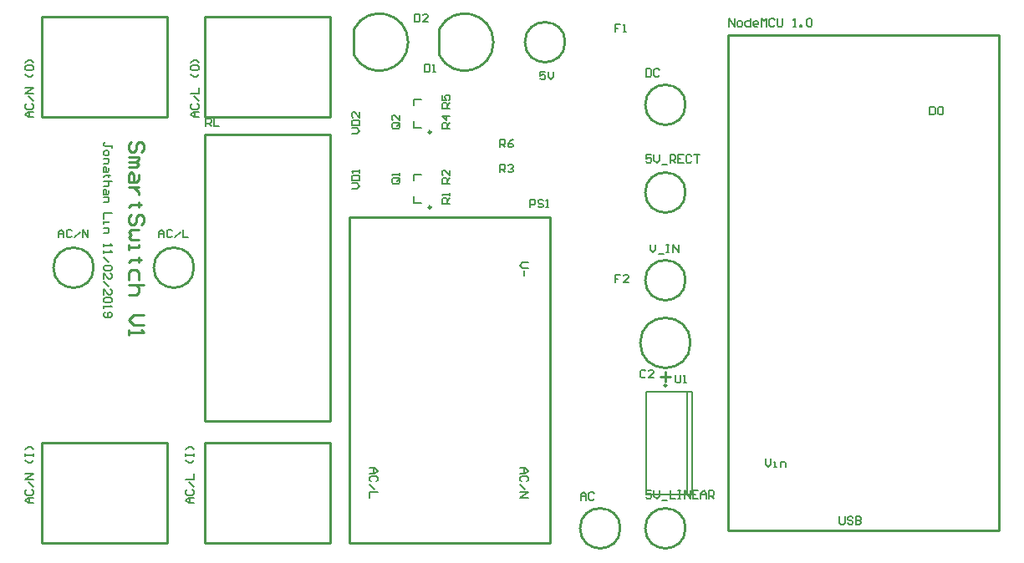
<source format=gto>
G04 Layer_Color=15132400*
%FSLAX25Y25*%
%MOIN*%
G70*
G01*
G75*
%ADD15C,0.01000*%
%ADD30C,0.00984*%
%ADD31C,0.00787*%
%ADD32C,0.00800*%
D15*
X1096000Y570000D02*
G03*
X1096000Y570000I-10000J0D01*
G01*
X1094000Y595000D02*
G03*
X1094000Y595000I-8000J0D01*
G01*
Y665000D02*
G03*
X1094000Y665000I-8000J0D01*
G01*
Y496000D02*
G03*
X1094000Y496000I-8000J0D01*
G01*
X1068000D02*
G03*
X1068000Y496000I-8000J0D01*
G01*
X1094000Y630000D02*
G03*
X1094000Y630000I-8000J0D01*
G01*
X898000Y600000D02*
G03*
X898000Y600000I-8000J0D01*
G01*
X858000D02*
G03*
X858000Y600000I-8000J0D01*
G01*
X1046000Y690000D02*
G03*
X1046000Y690000I-8000J0D01*
G01*
X995788Y684894D02*
G03*
X995788Y695106I10212J5106D01*
G01*
X961788Y684894D02*
G03*
X961788Y695106I10212J5106D01*
G01*
X837500Y700000D02*
X887500D01*
Y660000D02*
Y700000D01*
X837500Y660000D02*
X887500D01*
X837500D02*
Y700000D01*
X1084000Y556500D02*
X1088000D01*
X1086000Y554500D02*
Y558500D01*
X1040000Y490000D02*
Y620000D01*
X960000Y490000D02*
X1040000D01*
X960000D02*
Y620000D01*
X1040000D01*
X902464Y538882D02*
Y653055D01*
X952464D01*
Y538882D02*
Y653055D01*
X902464Y538882D02*
X952464D01*
X1111063Y495063D02*
X1218937D01*
X1111063Y692937D02*
X1218937D01*
Y495063D02*
Y692937D01*
X1111063Y495063D02*
Y692937D01*
X837500Y530000D02*
X887500D01*
Y490000D02*
Y530000D01*
X837500Y490000D02*
X887500D01*
X837500D02*
Y530000D01*
X902500Y490000D02*
X952500D01*
X902500D02*
Y530000D01*
X952500D01*
Y490000D02*
Y530000D01*
X902500Y660000D02*
X952500D01*
X902500D02*
Y700000D01*
X952500D01*
Y660000D02*
Y700000D01*
X995700Y685000D02*
Y695000D01*
X961700Y685000D02*
Y695000D01*
X876998Y646001D02*
X877998Y647001D01*
Y649000D01*
X876998Y650000D01*
X875999D01*
X874999Y649000D01*
Y647001D01*
X873999Y646001D01*
X873000D01*
X872000Y647001D01*
Y649000D01*
X873000Y650000D01*
X872000Y644002D02*
X875999D01*
Y643002D01*
X874999Y642003D01*
X872000D01*
X874999D01*
X875999Y641003D01*
X874999Y640003D01*
X872000D01*
X875999Y637004D02*
Y635005D01*
X874999Y634005D01*
X872000D01*
Y637004D01*
X873000Y638004D01*
X873999Y637004D01*
Y634005D01*
X875999Y632006D02*
X872000D01*
X873999D01*
X874999Y631006D01*
X875999Y630007D01*
Y629007D01*
X876998Y625008D02*
X875999D01*
Y626008D01*
Y624008D01*
Y625008D01*
X873000D01*
X872000Y624008D01*
X876998Y617011D02*
X877998Y618010D01*
Y620010D01*
X876998Y621009D01*
X875999D01*
X874999Y620010D01*
Y618010D01*
X873999Y617011D01*
X873000D01*
X872000Y618010D01*
Y620010D01*
X873000Y621009D01*
X875999Y615011D02*
X873000D01*
X872000Y614012D01*
X873000Y613012D01*
X872000Y612012D01*
X873000Y611013D01*
X875999D01*
X872000Y609013D02*
Y607014D01*
Y608014D01*
X875999D01*
Y609013D01*
X876998Y603015D02*
X875999D01*
Y604015D01*
Y602015D01*
Y603015D01*
X873000D01*
X872000Y602015D01*
X875999Y595018D02*
Y598017D01*
X874999Y599017D01*
X873000D01*
X872000Y598017D01*
Y595018D01*
X877998Y593018D02*
X872000D01*
X874999D01*
X875999Y592019D01*
Y590019D01*
X874999Y589020D01*
X872000D01*
X877998Y581022D02*
X873999D01*
X872000Y579023D01*
X873999Y577024D01*
X877998D01*
X872000Y575024D02*
Y573025D01*
Y574025D01*
X877998D01*
X876998Y575024D01*
D30*
X1086492Y553031D02*
G03*
X1086492Y553031I-492J0D01*
G01*
X992579Y624069D02*
G03*
X992579Y624069I-492J0D01*
G01*
Y654069D02*
G03*
X992579Y654069I-492J0D01*
G01*
D31*
X1094543Y509528D02*
Y550472D01*
X1096512Y509528D02*
Y550472D01*
X1078402Y509528D02*
Y550472D01*
Y509528D02*
X1096512D01*
X1078402Y550472D02*
X1096512D01*
X985591Y625801D02*
X988799D01*
X985591D02*
Y628400D01*
Y637297D02*
X988799D01*
X985591Y634699D02*
Y637297D01*
Y655801D02*
X988799D01*
X985591D02*
Y658399D01*
Y667297D02*
X988799D01*
X985591Y664699D02*
Y667297D01*
D32*
X834000Y660000D02*
X831867D01*
X830801Y661066D01*
X831867Y662133D01*
X834000D01*
X832401D01*
Y660000D01*
X831334Y665332D02*
X830801Y664798D01*
Y663732D01*
X831334Y663199D01*
X833467D01*
X834000Y663732D01*
Y664798D01*
X833467Y665332D01*
X834000Y666398D02*
X831867Y668531D01*
X834000Y669597D02*
X830801D01*
X834000Y671730D01*
X830801D01*
X834000Y677061D02*
X832934Y675995D01*
X831867D01*
X830801Y677061D01*
Y680260D02*
Y679194D01*
X831334Y678661D01*
X833467D01*
X834000Y679194D01*
Y680260D01*
X833467Y680793D01*
X831334D01*
X830801Y680260D01*
X834000Y681860D02*
X832934Y682926D01*
X831867D01*
X830801Y681860D01*
X1078133Y558666D02*
X1077600Y559199D01*
X1076533D01*
X1076000Y558666D01*
Y556533D01*
X1076533Y556000D01*
X1077600D01*
X1078133Y556533D01*
X1081332Y556000D02*
X1079199D01*
X1081332Y558133D01*
Y558666D01*
X1080799Y559199D01*
X1079732D01*
X1079199Y558666D01*
X1090000Y557199D02*
Y554533D01*
X1090533Y554000D01*
X1091599D01*
X1092133Y554533D01*
Y557199D01*
X1093199Y554000D02*
X1094265D01*
X1093732D01*
Y557199D01*
X1093199Y556666D01*
X1080000Y609199D02*
Y607066D01*
X1081066Y606000D01*
X1082133Y607066D01*
Y609199D01*
X1083199Y605467D02*
X1085332D01*
X1086398Y609199D02*
X1087464D01*
X1086931D01*
Y606000D01*
X1086398D01*
X1087464D01*
X1089064D02*
Y609199D01*
X1091196Y606000D01*
Y609199D01*
X1078300Y679499D02*
Y676300D01*
X1079900D01*
X1080433Y676833D01*
Y678966D01*
X1079900Y679499D01*
X1078300D01*
X1083632Y678966D02*
X1083099Y679499D01*
X1082032D01*
X1081499Y678966D01*
Y676833D01*
X1082032Y676300D01*
X1083099D01*
X1083632Y676833D01*
X1080433Y510999D02*
X1078300D01*
Y509400D01*
X1079366Y509933D01*
X1079900D01*
X1080433Y509400D01*
Y508333D01*
X1079900Y507800D01*
X1078833D01*
X1078300Y508333D01*
X1081499Y510999D02*
Y508866D01*
X1082565Y507800D01*
X1083632Y508866D01*
Y510999D01*
X1084698Y507267D02*
X1086831D01*
X1087897Y510999D02*
Y507800D01*
X1090030D01*
X1091096Y510999D02*
X1092162D01*
X1091629D01*
Y507800D01*
X1091096D01*
X1092162D01*
X1093762D02*
Y510999D01*
X1095894Y507800D01*
Y510999D01*
X1099093D02*
X1096961D01*
Y507800D01*
X1099093D01*
X1096961Y509400D02*
X1098027D01*
X1100160Y507800D02*
Y509933D01*
X1101226Y510999D01*
X1102292Y509933D01*
Y507800D01*
Y509400D01*
X1100160D01*
X1103359Y507800D02*
Y510999D01*
X1104958D01*
X1105491Y510466D01*
Y509400D01*
X1104958Y508866D01*
X1103359D01*
X1104425D02*
X1105491Y507800D01*
X1052300Y507300D02*
Y509433D01*
X1053366Y510499D01*
X1054433Y509433D01*
Y507300D01*
Y508899D01*
X1052300D01*
X1057632Y509966D02*
X1057098Y510499D01*
X1056032D01*
X1055499Y509966D01*
Y507833D01*
X1056032Y507300D01*
X1057098D01*
X1057632Y507833D01*
X1080433Y644999D02*
X1078300D01*
Y643399D01*
X1079366Y643933D01*
X1079900D01*
X1080433Y643399D01*
Y642333D01*
X1079900Y641800D01*
X1078833D01*
X1078300Y642333D01*
X1081499Y644999D02*
Y642866D01*
X1082565Y641800D01*
X1083632Y642866D01*
Y644999D01*
X1084698Y641267D02*
X1086831D01*
X1087897Y641800D02*
Y644999D01*
X1089496D01*
X1090030Y644466D01*
Y643399D01*
X1089496Y642866D01*
X1087897D01*
X1088963D02*
X1090030Y641800D01*
X1093229Y644999D02*
X1091096D01*
Y641800D01*
X1093229D01*
X1091096Y643399D02*
X1092162D01*
X1096428Y644466D02*
X1095894Y644999D01*
X1094828D01*
X1094295Y644466D01*
Y642333D01*
X1094828Y641800D01*
X1095894D01*
X1096428Y642333D01*
X1097494Y644999D02*
X1099627D01*
X1098560D01*
Y641800D01*
X1068133Y697199D02*
X1066000D01*
Y695600D01*
X1067066D01*
X1066000D01*
Y694000D01*
X1069199D02*
X1070265D01*
X1069732D01*
Y697199D01*
X1069199Y696666D01*
X1068133Y597199D02*
X1066000D01*
Y595600D01*
X1067066D01*
X1066000D01*
Y594000D01*
X1071332D02*
X1069199D01*
X1071332Y596133D01*
Y596666D01*
X1070798Y597199D01*
X1069732D01*
X1069199Y596666D01*
X1032000Y624000D02*
Y627199D01*
X1033599D01*
X1034133Y626666D01*
Y625599D01*
X1033599Y625066D01*
X1032000D01*
X1037332Y626666D02*
X1036798Y627199D01*
X1035732D01*
X1035199Y626666D01*
Y626133D01*
X1035732Y625599D01*
X1036798D01*
X1037332Y625066D01*
Y624533D01*
X1036798Y624000D01*
X1035732D01*
X1035199Y624533D01*
X1038398Y624000D02*
X1039464D01*
X1038931D01*
Y627199D01*
X1038398Y626666D01*
X1031199Y602000D02*
X1029066D01*
X1028000Y600934D01*
X1029066Y599867D01*
X1031199D01*
X1029599Y598801D02*
Y596668D01*
X968000Y520000D02*
X970133D01*
X971199Y518934D01*
X970133Y517867D01*
X968000D01*
X969600D01*
Y520000D01*
X970666Y514668D02*
X971199Y515202D01*
Y516268D01*
X970666Y516801D01*
X968533D01*
X968000Y516268D01*
Y515202D01*
X968533Y514668D01*
X968000Y513602D02*
X970133Y511469D01*
X971199Y510403D02*
X968000D01*
Y508270D01*
X1028000Y520000D02*
X1030133D01*
X1031199Y518934D01*
X1030133Y517867D01*
X1028000D01*
X1029599D01*
Y520000D01*
X1030666Y514668D02*
X1031199Y515202D01*
Y516268D01*
X1030666Y516801D01*
X1028533D01*
X1028000Y516268D01*
Y515202D01*
X1028533Y514668D01*
X1028000Y513602D02*
X1030133Y511469D01*
X1028000Y510403D02*
X1031199D01*
X1028000Y508270D01*
X1031199D01*
X884000Y612000D02*
Y614133D01*
X885066Y615199D01*
X886133Y614133D01*
Y612000D01*
Y613599D01*
X884000D01*
X889332Y614666D02*
X888799Y615199D01*
X887732D01*
X887199Y614666D01*
Y612533D01*
X887732Y612000D01*
X888799D01*
X889332Y612533D01*
X890398Y612000D02*
X892531Y614133D01*
X893597Y615199D02*
Y612000D01*
X895730D01*
X844000D02*
Y614133D01*
X845066Y615199D01*
X846133Y614133D01*
Y612000D01*
Y613599D01*
X844000D01*
X849332Y614666D02*
X848798Y615199D01*
X847732D01*
X847199Y614666D01*
Y612533D01*
X847732Y612000D01*
X848798D01*
X849332Y612533D01*
X850398Y612000D02*
X852531Y614133D01*
X853597Y612000D02*
Y615199D01*
X855730Y612000D01*
Y615199D01*
X1038133Y678199D02*
X1036000D01*
Y676600D01*
X1037066Y677133D01*
X1037599D01*
X1038133Y676600D01*
Y675533D01*
X1037599Y675000D01*
X1036533D01*
X1036000Y675533D01*
X1039199Y678199D02*
Y676066D01*
X1040265Y675000D01*
X1041332Y676066D01*
Y678199D01*
X898000Y506000D02*
X895867D01*
X894801Y507066D01*
X895867Y508133D01*
X898000D01*
X896401D01*
Y506000D01*
X895334Y511332D02*
X894801Y510798D01*
Y509732D01*
X895334Y509199D01*
X897467D01*
X898000Y509732D01*
Y510798D01*
X897467Y511332D01*
X898000Y512398D02*
X895867Y514531D01*
X894801Y515597D02*
X898000D01*
Y517730D01*
Y523061D02*
X896934Y521995D01*
X895867D01*
X894801Y523061D01*
Y524661D02*
Y525727D01*
Y525194D01*
X898000D01*
Y524661D01*
Y525727D01*
Y527326D02*
X896934Y528393D01*
X895867D01*
X894801Y527326D01*
X900000Y660000D02*
X897867D01*
X896801Y661066D01*
X897867Y662133D01*
X900000D01*
X898400D01*
Y660000D01*
X897334Y665332D02*
X896801Y664798D01*
Y663732D01*
X897334Y663199D01*
X899467D01*
X900000Y663732D01*
Y664798D01*
X899467Y665332D01*
X900000Y666398D02*
X897867Y668531D01*
X896801Y669597D02*
X900000D01*
Y671730D01*
Y677061D02*
X898934Y675995D01*
X897867D01*
X896801Y677061D01*
Y680260D02*
Y679194D01*
X897334Y678661D01*
X899467D01*
X900000Y679194D01*
Y680260D01*
X899467Y680793D01*
X897334D01*
X896801Y680260D01*
X900000Y681860D02*
X898934Y682926D01*
X897867D01*
X896801Y681860D01*
X834000Y506000D02*
X831867D01*
X830801Y507066D01*
X831867Y508133D01*
X834000D01*
X832401D01*
Y506000D01*
X831334Y511332D02*
X830801Y510798D01*
Y509732D01*
X831334Y509199D01*
X833467D01*
X834000Y509732D01*
Y510798D01*
X833467Y511332D01*
X834000Y512398D02*
X831867Y514531D01*
X834000Y515597D02*
X830801D01*
X834000Y517730D01*
X830801D01*
X834000Y523061D02*
X832934Y521995D01*
X831867D01*
X830801Y523061D01*
Y524661D02*
Y525727D01*
Y525194D01*
X834000D01*
Y524661D01*
Y525727D01*
Y527326D02*
X832934Y528393D01*
X831867D01*
X830801Y527326D01*
X1111400Y696200D02*
Y699399D01*
X1113533Y696200D01*
Y699399D01*
X1115132Y696200D02*
X1116199D01*
X1116732Y696733D01*
Y697799D01*
X1116199Y698333D01*
X1115132D01*
X1114599Y697799D01*
Y696733D01*
X1115132Y696200D01*
X1119931Y699399D02*
Y696200D01*
X1118331D01*
X1117798Y696733D01*
Y697799D01*
X1118331Y698333D01*
X1119931D01*
X1122596Y696200D02*
X1121530D01*
X1120997Y696733D01*
Y697799D01*
X1121530Y698333D01*
X1122596D01*
X1123130Y697799D01*
Y697266D01*
X1120997D01*
X1124196Y696200D02*
Y699399D01*
X1125262Y698333D01*
X1126328Y699399D01*
Y696200D01*
X1129527Y698866D02*
X1128994Y699399D01*
X1127928D01*
X1127395Y698866D01*
Y696733D01*
X1127928Y696200D01*
X1128994D01*
X1129527Y696733D01*
X1130594Y699399D02*
Y696733D01*
X1131127Y696200D01*
X1132193D01*
X1132726Y696733D01*
Y699399D01*
X1136992Y696200D02*
X1138058D01*
X1137525D01*
Y699399D01*
X1136992Y698866D01*
X1139658Y696200D02*
Y696733D01*
X1140191D01*
Y696200D01*
X1139658D01*
X1142323Y698866D02*
X1142857Y699399D01*
X1143923D01*
X1144456Y698866D01*
Y696733D01*
X1143923Y696200D01*
X1142857D01*
X1142323Y696733D01*
Y698866D01*
X979617Y635682D02*
X977484D01*
X976951Y635149D01*
Y634082D01*
X977484Y633549D01*
X979617D01*
X980150Y634082D01*
Y635149D01*
X979084Y634615D02*
X980150Y635682D01*
Y635149D02*
X979617Y635682D01*
X980150Y636748D02*
Y637814D01*
Y637281D01*
X976951D01*
X977484Y636748D01*
X979617Y657682D02*
X977484D01*
X976951Y657149D01*
Y656082D01*
X977484Y655549D01*
X979617D01*
X980150Y656082D01*
Y657149D01*
X979084Y656615D02*
X980150Y657682D01*
Y657149D02*
X979617Y657682D01*
X980150Y660881D02*
Y658748D01*
X978017Y660881D01*
X977484D01*
X976951Y660348D01*
Y659281D01*
X977484Y658748D01*
X1000150Y625549D02*
X996951D01*
Y627149D01*
X997484Y627682D01*
X998550D01*
X999084Y627149D01*
Y625549D01*
Y626615D02*
X1000150Y627682D01*
Y628748D02*
Y629814D01*
Y629281D01*
X996951D01*
X997484Y628748D01*
X1000150Y633549D02*
X996951D01*
Y635149D01*
X997484Y635682D01*
X998550D01*
X999084Y635149D01*
Y633549D01*
Y634615D02*
X1000150Y635682D01*
Y638881D02*
Y636748D01*
X998017Y638881D01*
X997484D01*
X996951Y638347D01*
Y637281D01*
X997484Y636748D01*
X1020000Y638000D02*
Y641199D01*
X1021599D01*
X1022133Y640666D01*
Y639600D01*
X1021599Y639066D01*
X1020000D01*
X1021066D02*
X1022133Y638000D01*
X1023199Y640666D02*
X1023732Y641199D01*
X1024798D01*
X1025332Y640666D01*
Y640133D01*
X1024798Y639600D01*
X1024265D01*
X1024798D01*
X1025332Y639066D01*
Y638533D01*
X1024798Y638000D01*
X1023732D01*
X1023199Y638533D01*
X1000150Y655549D02*
X996951D01*
Y657149D01*
X997484Y657682D01*
X998550D01*
X999084Y657149D01*
Y655549D01*
Y656615D02*
X1000150Y657682D01*
Y660348D02*
X996951D01*
X998550Y658748D01*
Y660881D01*
X1000150Y663549D02*
X996951D01*
Y665149D01*
X997484Y665682D01*
X998550D01*
X999084Y665149D01*
Y663549D01*
Y664615D02*
X1000150Y665682D01*
X996951Y668881D02*
Y666748D01*
X998550D01*
X998017Y667814D01*
Y668348D01*
X998550Y668881D01*
X999617D01*
X1000150Y668348D01*
Y667281D01*
X999617Y666748D01*
X1020000Y648000D02*
Y651199D01*
X1021599D01*
X1022133Y650666D01*
Y649600D01*
X1021599Y649066D01*
X1020000D01*
X1021066D02*
X1022133Y648000D01*
X1025332Y651199D02*
X1024265Y650666D01*
X1023199Y649600D01*
Y648533D01*
X1023732Y648000D01*
X1024798D01*
X1025332Y648533D01*
Y649066D01*
X1024798Y649600D01*
X1023199D01*
X902800Y656400D02*
Y659599D01*
X904399D01*
X904933Y659066D01*
Y658000D01*
X904399Y657466D01*
X902800D01*
X903866D02*
X904933Y656400D01*
X905999Y659599D02*
Y656400D01*
X908132D01*
X960951Y631549D02*
X963083D01*
X964150Y632615D01*
X963083Y633682D01*
X960951D01*
Y634748D02*
X964150D01*
Y636347D01*
X963617Y636881D01*
X961484D01*
X960951Y636347D01*
Y634748D01*
X964150Y637947D02*
Y639013D01*
Y638480D01*
X960951D01*
X961484Y637947D01*
X960951Y653549D02*
X963083D01*
X964150Y654615D01*
X963083Y655682D01*
X960951D01*
Y656748D02*
X964150D01*
Y658348D01*
X963617Y658881D01*
X961484D01*
X960951Y658348D01*
Y656748D01*
X964150Y662080D02*
Y659947D01*
X962017Y662080D01*
X961484D01*
X960951Y661547D01*
Y660480D01*
X961484Y659947D01*
X990000Y681199D02*
Y678000D01*
X991599D01*
X992133Y678533D01*
Y680666D01*
X991599Y681199D01*
X990000D01*
X993199Y678000D02*
X994265D01*
X993732D01*
Y681199D01*
X993199Y680666D01*
X986000Y701199D02*
Y698000D01*
X987599D01*
X988133Y698533D01*
Y700666D01*
X987599Y701199D01*
X986000D01*
X991332Y698000D02*
X989199D01*
X991332Y700133D01*
Y700666D01*
X990798Y701199D01*
X989732D01*
X989199Y700666D01*
X1155500Y500699D02*
Y498033D01*
X1156033Y497500D01*
X1157100D01*
X1157633Y498033D01*
Y500699D01*
X1160832Y500166D02*
X1160299Y500699D01*
X1159232D01*
X1158699Y500166D01*
Y499633D01*
X1159232Y499099D01*
X1160299D01*
X1160832Y498566D01*
Y498033D01*
X1160299Y497500D01*
X1159232D01*
X1158699Y498033D01*
X1161898Y500699D02*
Y497500D01*
X1163497D01*
X1164031Y498033D01*
Y498566D01*
X1163497Y499099D01*
X1161898D01*
X1163497D01*
X1164031Y499633D01*
Y500166D01*
X1163497Y500699D01*
X1161898D01*
X1126000Y523699D02*
Y521566D01*
X1127066Y520500D01*
X1128133Y521566D01*
Y523699D01*
X1129199Y520500D02*
X1130265D01*
X1129732D01*
Y522633D01*
X1129199D01*
X1131865Y520500D02*
Y522633D01*
X1133464D01*
X1133997Y522099D01*
Y520500D01*
X1191500Y664199D02*
Y661000D01*
X1193099D01*
X1193633Y661533D01*
Y663666D01*
X1193099Y664199D01*
X1191500D01*
X1194699Y663666D02*
X1195232Y664199D01*
X1196299D01*
X1196832Y663666D01*
Y661533D01*
X1196299Y661000D01*
X1195232D01*
X1194699Y661533D01*
Y663666D01*
X865199Y647867D02*
Y648934D01*
Y648400D01*
X862533D01*
X862000Y648934D01*
Y649467D01*
X862533Y650000D01*
X862000Y646268D02*
Y645202D01*
X862533Y644668D01*
X863599D01*
X864133Y645202D01*
Y646268D01*
X863599Y646801D01*
X862533D01*
X862000Y646268D01*
Y643602D02*
X864133D01*
Y642003D01*
X863599Y641469D01*
X862000D01*
X864133Y639870D02*
Y638804D01*
X863599Y638270D01*
X862000D01*
Y639870D01*
X862533Y640403D01*
X863066Y639870D01*
Y638270D01*
X864666Y636671D02*
X864133D01*
Y637204D01*
Y636138D01*
Y636671D01*
X862533D01*
X862000Y636138D01*
X865199Y634538D02*
X862000D01*
X863599D01*
X864133Y634005D01*
Y632939D01*
X863599Y632406D01*
X862000D01*
X864133Y630806D02*
Y629740D01*
X863599Y629207D01*
X862000D01*
Y630806D01*
X862533Y631339D01*
X863066Y630806D01*
Y629207D01*
X862000Y628140D02*
X864133D01*
Y626541D01*
X863599Y626008D01*
X862000D01*
X865199Y621742D02*
X862000D01*
Y619610D01*
Y618543D02*
Y617477D01*
Y618010D01*
X864133D01*
Y618543D01*
X862000Y615878D02*
X864133D01*
Y614278D01*
X863599Y613745D01*
X862000D01*
Y609480D02*
Y608413D01*
Y608947D01*
X865199D01*
X864666Y609480D01*
X862000Y606814D02*
Y605748D01*
Y606281D01*
X865199D01*
X864666Y606814D01*
X862000Y604148D02*
X864133Y602015D01*
X864666Y600949D02*
X865199Y600416D01*
Y599350D01*
X864666Y598816D01*
X862533D01*
X862000Y599350D01*
Y600416D01*
X862533Y600949D01*
X864666D01*
X862000Y595618D02*
Y597750D01*
X864133Y595618D01*
X864666D01*
X865199Y596151D01*
Y597217D01*
X864666Y597750D01*
X862000Y594551D02*
X864133Y592419D01*
X862000Y589220D02*
Y591352D01*
X864133Y589220D01*
X864666D01*
X865199Y589753D01*
Y590819D01*
X864666Y591352D01*
Y588153D02*
X865199Y587620D01*
Y586554D01*
X864666Y586021D01*
X862533D01*
X862000Y586554D01*
Y587620D01*
X862533Y588153D01*
X864666D01*
X862000Y584954D02*
Y583888D01*
Y584421D01*
X865199D01*
X864666Y584954D01*
X862533Y582289D02*
X862000Y581755D01*
Y580689D01*
X862533Y580156D01*
X864666D01*
X865199Y580689D01*
Y581755D01*
X864666Y582289D01*
X864133D01*
X863599Y581755D01*
Y580156D01*
M02*

</source>
